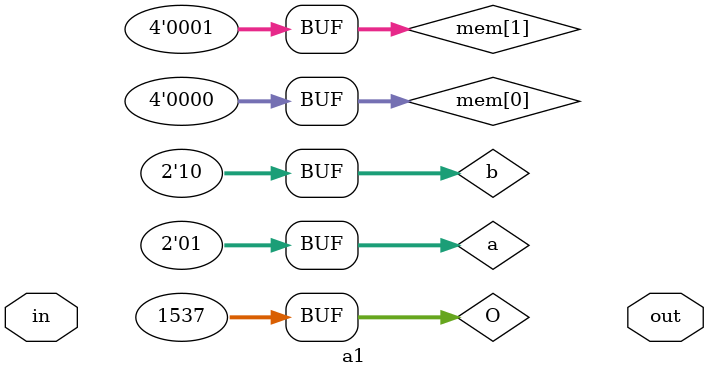
<source format=v>
`timescale 1ns / 1ps
module a1(
	 input [31:0] in,
	 output [31:0] out
    );
	reg[3:0] mem[1:0];
	reg[1:0] a = 1;
	reg[1:0] b = 2;
	reg[31:0] O;
	
	initial begin 
		mem[0] = 0;
		mem[1] = 1;
		 
		O = {a,b,mem[0],mem[1]};
		
		mem[0][1] = a > b;
	end

endmodule

</source>
